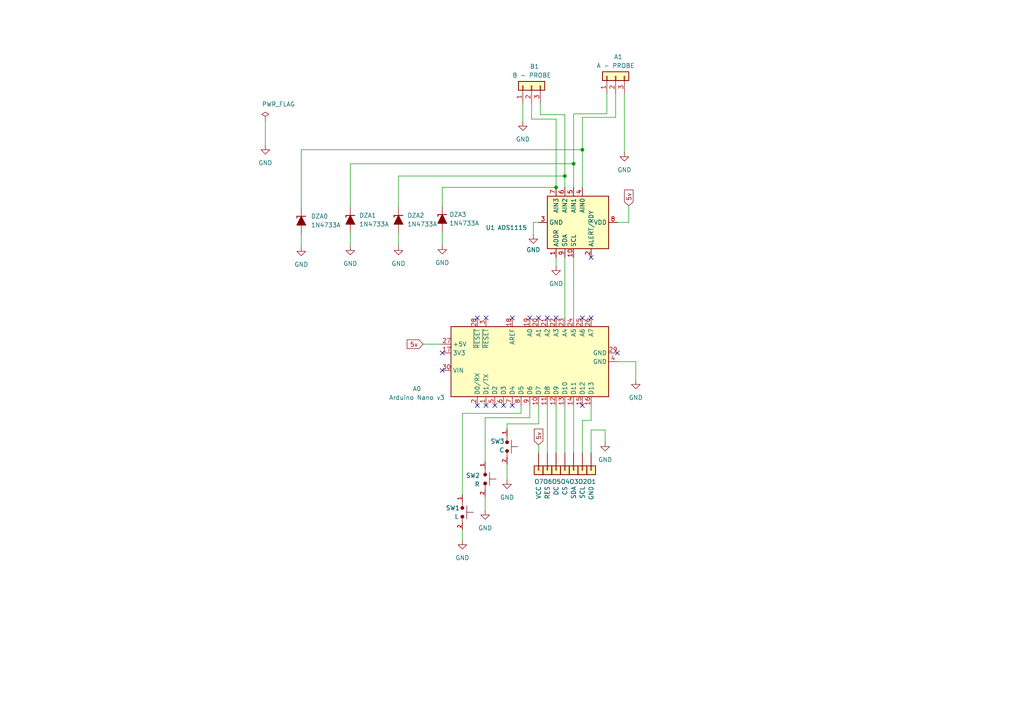
<source format=kicad_sch>
(kicad_sch (version 20250114) (generator "eeschema") (generator_version "9.0")
  (paper "A4")
  (title_block (title "Bias Meter Input Protection") (date "2025-08-24") (rev "v3"))
  (lib_symbols
    (symbol "Analog_ADC:ADS1115IDGS"
      (property "Reference" "U" (at 2.54 13.97 0))
      (property "Value" "ADS1115IDGS" (at 7.62 11.43 0))
      (symbol "ADS1115IDGS_0_1"
        (rectangle (start -7.62 10.16) (end 7.62 -7.62) (stroke (width 0.254)) (fill (type background)))
      )
      (symbol "ADS1115IDGS_1_1"
        (pin input line (at -10.16 2.54 0) (length 2.54) (name "AIN0") (number "4"))
        (pin input line (at -10.16 0 0) (length 2.54) (name "AIN1") (number "5"))
        (pin input line (at -10.16 -2.54 0) (length 2.54) (name "AIN2") (number "6"))
        (pin input line (at -10.16 -5.08 0) (length 2.54) (name "AIN3") (number "7"))
        (pin power_in line (at 0 12.7 270) (length 2.54) (name "VDD") (number "8"))
        (pin power_in line (at 0 -10.16 90) (length 2.54) (name "GND") (number "3"))
        (pin output line (at 10.16 5.08 180) (length 2.54) (name "ALERT/RDY") (number "2"))
        (pin input line (at 10.16 0 180) (length 2.54) (name "SCL") (number "10"))
        (pin bidirectional line (at 10.16 -2.54 180) (length 2.54) (name "SDA") (number "9"))
        (pin input line (at 10.16 -5.08 180) (length 2.54) (name "ADDR") (number "1"))
      )
    )
    (symbol "Connector_Generic:Conn_01x03" (pin_names (offset 1.016) (hide yes))
      (property "Reference" "J" (at 0 5.08 0))
      (property "Value" "Conn_01x03" (at 0 -5.08 0))
      (symbol "Conn_01x03_1_1"
        (rectangle (start -1.27 3.81) (end 1.27 -3.81) (stroke (width 0.254)) (fill (type background)))
        (rectangle (start -1.27 2.667) (end 0 2.413) (stroke (width 0.1524)))
        (rectangle (start -1.27 0.127) (end 0 -0.127) (stroke (width 0.1524)))
        (rectangle (start -1.27 -2.413) (end 0 -2.667) (stroke (width 0.1524)))
        (pin passive line (at -5.08 2.54 0) (length 3.81) (name "Pin_1") (number "1"))
        (pin passive line (at -5.08 0 0) (length 3.81) (name "Pin_2") (number "2"))
        (pin passive line (at -5.08 -2.54 0) (length 3.81) (name "Pin_3") (number "3"))
      )
    )
    (symbol "Dark_Rift_Delay_Sym:Conn_01x01" (pin_numbers (hide yes)) (pin_names (offset 1.016) (hide yes))
      (property "Reference" "J" (at 0 2.54 0))
      (property "Value" "Conn_01x01" (at 0 -2.54 0))
      (symbol "Conn_01x01_1_1"
        (rectangle (start -1.27 1.27) (end 1.27 -1.27) (stroke (width 0.254)) (fill (type background)))
        (rectangle (start -1.27 0.127) (end 0 -0.127) (stroke (width 0.1524)))
        (pin passive line (at -5.08 0 0) (length 3.81) (name "Pin_1") (number "1"))
      )
    )
    (symbol "Dark_Rift_Delay_Sym:GND" (power) (pin_numbers (hide yes)) (pin_names (offset 0) (hide yes))
      (property "Value" "GND" (at 0 -3.81 0))
      (symbol "GND_0_1"
        (polyline (pts (xy 0 0) (xy 0 -1.27) (xy 1.27 -1.27) (xy 0 -2.54) (xy -1.27 -1.27) (xy 0 -1.27)))
      )
      (symbol "GND_1_1"
        (pin power_in line (at 0 0 270) (length 0) (name "~") (number "1"))
      )
    )
    (symbol "MCU_Module:Arduino_Nano_v3.x"
      (property "Reference" "A" (at -10.16 23.495 0))
      (property "Value" "Arduino_Nano_v3.x" (at 5.08 -24.13 0))
      (symbol "Arduino_Nano_v3.x_0_1"
        (rectangle (start -10.16 22.86) (end 10.16 -22.86) (stroke (width 0.254)) (fill (type background)))
      )
      (symbol "Arduino_Nano_v3.x_1_1"
        (pin bidirectional line (at -12.7 15.24 0) (length 2.54) (name "D0/RX") (number "2"))
        (pin bidirectional line (at -12.7 12.7 0) (length 2.54) (name "D1/TX") (number "1"))
        (pin bidirectional line (at -12.7 10.16 0) (length 2.54) (name "D2") (number "5"))
        (pin bidirectional line (at -12.7 7.62 0) (length 2.54) (name "D3") (number "6"))
        (pin bidirectional line (at -12.7 5.08 0) (length 2.54) (name "D4") (number "7"))
        (pin bidirectional line (at -12.7 2.54 0) (length 2.54) (name "D5") (number "8"))
        (pin bidirectional line (at -12.7 0 0) (length 2.54) (name "D6") (number "9"))
        (pin bidirectional line (at -12.7 -2.54 0) (length 2.54) (name "D7") (number "10"))
        (pin bidirectional line (at -12.7 -5.08 0) (length 2.54) (name "D8") (number "11"))
        (pin bidirectional line (at -12.7 -7.62 0) (length 2.54) (name "D9") (number "12"))
        (pin bidirectional line (at -12.7 -10.16 0) (length 2.54) (name "D10") (number "13"))
        (pin bidirectional line (at -12.7 -12.7 0) (length 2.54) (name "D11") (number "14"))
        (pin bidirectional line (at -12.7 -15.24 0) (length 2.54) (name "D12") (number "15"))
        (pin bidirectional line (at -12.7 -17.78 0) (length 2.54) (name "D13") (number "16"))
        (pin power_in line (at -2.54 25.4 270) (length 2.54) (name "VIN") (number "30"))
        (pin power_in line (at 0 -25.4 90) (length 2.54) (name "GND") (number "4"))
        (pin power_out line (at 2.54 25.4 270) (length 2.54) (name "3V3") (number "17"))
        (pin power_in line (at 2.54 -25.4 90) (length 2.54) (name "GND") (number "29"))
        (pin power_out line (at 5.08 25.4 270) (length 2.54) (name "+5V") (number "27"))
        (pin input line (at 12.7 15.24 180) (length 2.54) (name "~{RESET}") (number "28"))
        (pin input line (at 12.7 12.7 180) (length 2.54) (name "~{RESET}") (number "3"))
        (pin input line (at 12.7 5.08 180) (length 2.54) (name "AREF") (number "18"))
        (pin bidirectional line (at 12.7 0 180) (length 2.54) (name "A0") (number "19"))
        (pin bidirectional line (at 12.7 -2.54 180) (length 2.54) (name "A1") (number "20"))
        (pin bidirectional line (at 12.7 -5.08 180) (length 2.54) (name "A2") (number "21"))
        (pin bidirectional line (at 12.7 -7.62 180) (length 2.54) (name "A3") (number "22"))
        (pin bidirectional line (at 12.7 -10.16 180) (length 2.54) (name "A4") (number "23"))
        (pin bidirectional line (at 12.7 -12.7 180) (length 2.54) (name "A5") (number "24"))
        (pin bidirectional line (at 12.7 -15.24 180) (length 2.54) (name "A6") (number "25"))
        (pin bidirectional line (at 12.7 -17.78 180) (length 2.54) (name "A7") (number "26"))
      )
    )
    (symbol "PCM_Diode_Zener_AKL:1N4733A" (pin_numbers (hide yes)) (pin_names (offset 1.016) (hide yes))
      (property "Reference" "DZ" (at 0 7.62 0))
      (property "Value" "1N4733A" (at 0 5.08 0))
      (symbol "1N4733A_0_1"
        (polyline (pts (xy -1.27 0) (xy 1.27 0)))
        (polyline (pts (xy -1.27 -1.27) (xy -1.27 1.27) (xy 1.27 0) (xy -1.27 -1.27)) (stroke (width 0.254)) (fill (type outline)))
        (polyline (pts (xy 1.27 1.27) (xy 0.762 1.27)) (stroke (width 0.254)))
        (polyline (pts (xy 1.27 1.27) (xy 1.27 -1.27)) (stroke (width 0.254)))
      )
      (symbol "1N4733A_0_2"
        (polyline (pts (xy -2.54 -2.54) (xy 2.54 2.54)))
        (polyline (pts (xy -0.889 -0.889) (xy -1.778 0) (xy 0.889 0.889) (xy 0 -1.778) (xy -0.889 -0.889)) (stroke (width 0.254)) (fill (type outline)))
        (polyline (pts (xy 0 1.778) (xy -0.381 1.397)) (stroke (width 0.254)))
        (polyline (pts (xy 0 1.778) (xy 1.778 0)) (stroke (width 0.254)))
      )
      (symbol "1N4733A_1_1"
        (pin passive line (at -3.81 0 0) (length 2.54) (name "A") (number "2"))
        (pin passive line (at 3.81 0 180) (length 2.54) (name "K") (number "1"))
      )
      (symbol "1N4733A_1_2"
        (pin passive line (at -2.54 -2.54 0) (length 0) (name "A") (number "2"))
        (pin passive line (at 2.54 2.54 180) (length 0) (name "K") (number "1"))
      )
    )
    (symbol "PCM_SL_Devices:Push_Button"
      (property "Reference" "SW" (at 0 6.35 0))
      (property "Value" "Push_Button" (at 0 4.445 0))
      (symbol "Push_Button_0_1"
        (polyline (pts (xy -3.175 0) (xy -1.778 0)))
        (polyline (pts (xy -1.905 1.27) (xy 1.905 1.27)))
        (circle (center -1.27 0) (radius 0.4579) (fill (type outline)))
        (polyline (pts (xy 0 1.27) (xy 0 3.175)))
        (circle (center 1.27 0) (radius 0.4579) (fill (type outline)))
        (polyline (pts (xy 1.778 0) (xy 3.175 0)))
      )
      (symbol "Push_Button_1_1"
        (pin passive line (at -5.08 0 0) (length 2) (name "") (number "1"))
        (pin passive line (at 5.08 0 180) (length 2) (name "") (number "2"))
      )
    )
    (symbol "power:PWR_FLAG" (power) (pin_numbers (hide yes)) (pin_names (offset 0) (hide yes))
      (property "Value" "PWR_FLAG" (at 0 3.81 0))
      (symbol "PWR_FLAG_0_0"
        (pin power_out line (at 0 0 90) (length 0) (name "~") (number "1"))
      )
      (symbol "PWR_FLAG_0_1"
        (polyline (pts (xy 0 0) (xy 0 1.27) (xy -1.016 1.905) (xy 0 2.54) (xy 1.016 1.905) (xy 0 1.27)))
      )
    )
  )
  (junction (at 166.37 47.498))
  (junction (at 168.91 43.434))
  (junction (at 161.29 54.356))
  (junction (at 163.83 51.054))
  (no_connect (at 128.27 107.442))
  (no_connect (at 143.51 117.602))
  (no_connect (at 146.05 117.602))
  (no_connect (at 171.45 92.202))
  (no_connect (at 153.67 92.202))
  (no_connect (at 138.43 92.202))
  (no_connect (at 138.43 117.602))
  (no_connect (at 128.27 102.362))
  (no_connect (at 148.59 117.602))
  (no_connect (at 148.59 92.202))
  (no_connect (at 140.97 92.202))
  (no_connect (at 158.75 92.202))
  (no_connect (at 171.45 74.676))
  (no_connect (at 168.91 92.202))
  (no_connect (at 168.91 117.602))
  (no_connect (at 161.29 92.202))
  (no_connect (at 140.97 117.602))
  (no_connect (at 156.21 92.202))
  (no_connect (at 179.07 102.362))
  (wire (pts (xy 156.718 33.274) (xy 163.83 33.274)))
  (wire (pts (xy 166.37 33.02) (xy 166.37 47.498)))
  (wire (pts (xy 168.91 121.92) (xy 171.45 121.92)))
  (wire (pts (xy 182.372 59.69) (xy 182.372 64.516)))
  (wire (pts (xy 161.29 34.544) (xy 161.29 54.356)))
  (wire (pts (xy 115.57 67.564) (xy 115.57 71.374)))
  (wire (pts (xy 151.13 117.602) (xy 151.13 119.888)))
  (wire (pts (xy 166.37 117.602) (xy 166.37 131.318)))
  (wire (pts (xy 156.718 33.274) (xy 156.718 29.972)))
  (wire (pts (xy 115.57 59.944) (xy 115.57 51.054)))
  (wire (pts (xy 140.716 144.018) (xy 140.716 148.082)))
  (wire (pts (xy 175.514 124.714) (xy 175.514 128.27)))
  (wire (pts (xy 101.6 67.564) (xy 101.6 71.374)))
  (wire (pts (xy 171.45 131.318) (xy 171.45 124.714)))
  (wire (pts (xy 122.682 99.822) (xy 128.27 99.822)))
  (wire (pts (xy 176.022 33.02) (xy 166.37 33.02)))
  (wire (pts (xy 178.562 34.036) (xy 178.562 27.178)))
  (wire (pts (xy 158.75 117.602) (xy 158.75 131.318)))
  (wire (pts (xy 171.45 124.714) (xy 175.514 124.714)))
  (wire (pts (xy 147.066 122.936) (xy 156.21 122.936)))
  (wire (pts (xy 101.6 59.944) (xy 101.6 47.498)))
  (wire (pts (xy 153.67 121.158) (xy 140.716 121.158)))
  (wire (pts (xy 166.37 47.498) (xy 166.37 54.356)))
  (wire (pts (xy 128.27 54.356) (xy 161.29 54.356)))
  (wire (pts (xy 184.404 104.902) (xy 184.404 110.236)))
  (wire (pts (xy 168.91 43.434) (xy 168.91 54.356)))
  (wire (pts (xy 178.562 34.036) (xy 168.91 34.036)))
  (wire (pts (xy 163.83 51.054) (xy 163.83 54.356)))
  (wire (pts (xy 147.066 122.936) (xy 147.066 124.46)))
  (wire (pts (xy 147.066 134.62) (xy 147.066 139.192)))
  (wire (pts (xy 156.21 117.602) (xy 156.21 122.936)))
  (wire (pts (xy 134.112 119.888) (xy 134.112 143.51)))
  (wire (pts (xy 176.022 27.178) (xy 176.022 33.02)))
  (wire (pts (xy 134.112 153.67) (xy 134.112 156.718)))
  (wire (pts (xy 140.716 121.158) (xy 140.716 133.858)))
  (wire (pts (xy 128.27 54.356) (xy 128.27 59.69)))
  (wire (pts (xy 76.962 35.052) (xy 76.962 42.164)))
  (wire (pts (xy 87.376 60.198) (xy 87.376 43.434)))
  (wire (pts (xy 151.13 119.888) (xy 134.112 119.888)))
  (wire (pts (xy 153.67 117.602) (xy 153.67 121.158)))
  (wire (pts (xy 87.376 67.818) (xy 87.376 71.628)))
  (wire (pts (xy 154.686 64.516) (xy 154.686 68.072)))
  (wire (pts (xy 163.83 74.676) (xy 163.83 92.202)))
  (wire (pts (xy 163.83 117.602) (xy 163.83 131.318)))
  (wire (pts (xy 163.83 33.274) (xy 163.83 51.054)))
  (wire (pts (xy 166.37 74.676) (xy 166.37 92.202)))
  (wire (pts (xy 128.27 67.31) (xy 128.27 71.12)))
  (wire (pts (xy 168.91 34.036) (xy 168.91 43.434)))
  (wire (pts (xy 87.376 43.434) (xy 168.91 43.434)))
  (wire (pts (xy 156.21 129.032) (xy 156.21 131.318)))
  (wire (pts (xy 156.21 64.516) (xy 154.686 64.516)))
  (wire (pts (xy 151.638 29.972) (xy 151.638 35.306)))
  (wire (pts (xy 184.404 104.902) (xy 179.07 104.902)))
  (wire (pts (xy 154.178 29.972) (xy 154.178 34.544)))
  (wire (pts (xy 115.57 51.054) (xy 163.83 51.054)))
  (wire (pts (xy 101.6 47.498) (xy 166.37 47.498)))
  (wire (pts (xy 181.102 27.178) (xy 181.102 44.196)))
  (wire (pts (xy 154.178 34.544) (xy 161.29 34.544)))
  (wire (pts (xy 168.91 121.92) (xy 168.91 131.318)))
  (wire (pts (xy 161.29 74.676) (xy 161.29 77.216)))
  (wire (pts (xy 171.45 121.92) (xy 171.45 117.602)))
  (wire (pts (xy 182.372 64.516) (xy 179.07 64.516)))
  (wire (pts (xy 161.29 117.602) (xy 161.29 131.318)))
  (global_label "5v" (shape input) (at 182.372 59.69 90) (property "Intersheetrefs" "${INTERSHEET_REFS}" (effects (hide yes))))
  (global_label "5v" (shape input) (at 122.682 99.822 180) (property "Intersheetrefs" "${INTERSHEET_REFS}" (effects (hide yes))))
  (global_label "5v" (shape input) (at 156.21 129.032 90) (property "Intersheetrefs" "${INTERSHEET_REFS}" (effects (hide yes))))
  (symbol (lib_id "Dark_Rift_Delay_Sym:GND") (at 175.514 128.27 0) (unit 1)
    (property "Reference" "#PWR09" (effects (hide yes)))
    (property "Value" "GND" (at 175.514 133.35 0))
    (property "Description" "Power symbol creates a global label with name \"GND\" , ground" (effects (hide yes)))
  )
  (symbol (lib_id "Dark_Rift_Delay_Sym:GND") (at 128.27 71.12 0) (unit 1)
    (property "Reference" "#PWR011" (effects (hide yes)))
    (property "Value" "GND" (at 128.27 76.2 0))
    (property "Description" "Power symbol creates a global label with name \"GND\" , ground" (effects (hide yes)))
  )
  (symbol (lib_id "Connector_Generic:Conn_01x03") (at 178.562 22.098 90) (unit 1)
    (property "Reference" "A1" (at 178.054 16.51 90) (effects (justify right)))
    (property "Value" "A - PROBE" (at 172.974 19.05 90) (effects (justify right)))
    (property "Footprint" "Source_Footprints:PinHeader_1x3_P2.54_Drill1.1mm" (effects (hide yes)))
    (property "Description" "Generic connector, single row, 01x03, script generated (kicad-library-utils/schlib/autogen/connector/)" (effects (hide yes)))
  )
  (symbol (lib_id "Dark_Rift_Delay_Sym:GND") (at 161.29 77.216 0) (unit 1)
    (property "Reference" "#PWR03" (effects (hide yes)))
    (property "Value" "GND" (at 161.29 82.296 0))
    (property "Description" "Power symbol creates a global label with name \"GND\" , ground" (effects (hide yes)))
  )
  (symbol (lib_id "Dark_Rift_Delay_Sym:Conn_01x01") (at 156.21 136.398 270) (unit 1)
    (property "Reference" "O7" (at 154.94 139.7 90) (effects (justify left)))
    (property "Value" "VCC" (at 156.21 140.97 0) (effects (justify left)))
    (property "Footprint" "TestPoint:TestPoint_THTPad_D2.0mm_Drill1.0mm" (effects (hide yes)))
    (property "Description" "Generic connector, single row, 01x01, script generated (kicad-library-utils/schlib/autogen/connector/)" (effects (hide yes)))
  )
  (symbol (lib_id "Dark_Rift_Delay_Sym:GND") (at 184.404 110.236 0) (unit 1)
    (property "Reference" "#PWR08" (effects (hide yes)))
    (property "Value" "GND" (at 184.404 115.316 0))
    (property "Description" "Power symbol creates a global label with name \"GND\" , ground" (effects (hide yes)))
  )
  (symbol (lib_id "Dark_Rift_Delay_Sym:GND") (at 87.376 71.628 0) (unit 1)
    (property "Reference" "#PWR014" (effects (hide yes)))
    (property "Value" "GND" (at 87.376 76.708 0))
    (property "Description" "Power symbol creates a global label with name \"GND\" , ground" (effects (hide yes)))
  )
  (symbol (lib_id "Dark_Rift_Delay_Sym:GND") (at 151.638 35.306 0) (unit 1)
    (property "Reference" "#PWR05" (effects (hide yes)))
    (property "Value" "GND" (at 151.638 40.386 0))
    (property "Description" "Power symbol creates a global label with name \"GND\" , ground" (effects (hide yes)))
  )
  (symbol (lib_id "Dark_Rift_Delay_Sym:Conn_01x01") (at 166.37 136.398 270) (unit 1)
    (property "Reference" "O3" (at 165.1 139.7 90) (effects (justify left)))
    (property "Value" "SDA" (at 166.37 140.97 0) (effects (justify left)))
    (property "Footprint" "TestPoint:TestPoint_THTPad_D2.0mm_Drill1.0mm" (effects (hide yes)))
    (property "Description" "Generic connector, single row, 01x01, script generated (kicad-library-utils/schlib/autogen/connector/)" (effects (hide yes)))
  )
  (symbol (lib_id "Dark_Rift_Delay_Sym:Conn_01x01") (at 168.91 136.398 270) (unit 1)
    (property "Reference" "O2" (at 167.64 139.7 90) (effects (justify left)))
    (property "Value" "SCL" (at 168.91 140.97 0) (effects (justify left)))
    (property "Footprint" "TestPoint:TestPoint_THTPad_D2.0mm_Drill1.0mm" (effects (hide yes)))
    (property "Description" "Generic connector, single row, 01x01, script generated (kicad-library-utils/schlib/autogen/connector/)" (effects (hide yes)))
  )
  (symbol (lib_id "Dark_Rift_Delay_Sym:GND") (at 115.57 71.374 0) (unit 1)
    (property "Reference" "#PWR012" (effects (hide yes)))
    (property "Value" "GND" (at 115.57 76.454 0))
    (property "Description" "Power symbol creates a global label with name \"GND\" , ground" (effects (hide yes)))
  )
  (symbol (lib_id "PCM_Diode_Zener_AKL:1N4733A") (at 101.6 63.754 90) (unit 1)
    (property "Reference" "DZA1" (at 104.14 62.4839 90) (effects (justify right)))
    (property "Value" "1N4733A" (at 104.14 65.0239 90) (effects (justify right)))
    (property "Footprint" "PCM_Diode_THT_AKL:D_DO-41_SOD81_P10.16mm_Horizontal_Zener" (effects (hide yes)))
    (property "Datasheet" "https://www.tme.eu/Document/0ec771a1264cb7f2aef89c89242989dc/1N47xxA.PDF" (effects (hide yes)))
    (property "Description" "DO-41 Zener diode, 5.1V, 1W, Alternate KiCAD Library" (effects (hide yes)))
  )
  (symbol (lib_id "Connector_Generic:Conn_01x03") (at 154.178 24.892 90) (unit 1)
    (property "Reference" "B1" (at 153.67 19.304 90) (effects (justify right)))
    (property "Value" "B - PROBE" (at 148.59 21.844 90) (effects (justify right)))
    (property "Footprint" "Source_Footprints:PinHeader_1x3_P2.54_Drill1.1mm" (effects (hide yes)))
    (property "Description" "Generic connector, single row, 01x03, script generated (kicad-library-utils/schlib/autogen/connector/)" (effects (hide yes)))
  )
  (symbol (lib_id "Dark_Rift_Delay_Sym:Conn_01x01") (at 163.83 136.398 270) (unit 1)
    (property "Reference" "O4" (at 162.56 139.7 90) (effects (justify left)))
    (property "Value" "CS" (at 163.83 140.97 0) (effects (justify left)))
    (property "Footprint" "TestPoint:TestPoint_THTPad_D2.0mm_Drill1.0mm" (effects (hide yes)))
    (property "Description" "Generic connector, single row, 01x01, script generated (kicad-library-utils/schlib/autogen/connector/)" (effects (hide yes)))
  )
  (symbol (lib_id "PCM_Diode_Zener_AKL:1N4733A") (at 87.376 64.008 90) (unit 1)
    (property "Reference" "DZA0" (at 90.17 62.7379 90) (effects (justify right)))
    (property "Value" "1N4733A" (at 90.17 65.2779 90) (effects (justify right)))
    (property "Footprint" "PCM_Diode_THT_AKL:D_DO-41_SOD81_P10.16mm_Horizontal_Zener" (effects (hide yes)))
    (property "Datasheet" "https://www.tme.eu/Document/0ec771a1264cb7f2aef89c89242989dc/1N47xxA.PDF" (effects (hide yes)))
    (property "Description" "DO-41 Zener diode, 5.1V, 1W, Alternate KiCAD Library" (effects (hide yes)))
  )
  (symbol (lib_id "Dark_Rift_Delay_Sym:GND") (at 147.066 139.192 0) (unit 1)
    (property "Reference" "#PWR06" (effects (hide yes)))
    (property "Value" "GND" (at 147.066 144.272 0))
    (property "Description" "Power symbol creates a global label with name \"GND\" , ground" (effects (hide yes)))
  )
  (symbol (lib_id "Dark_Rift_Delay_Sym:GND") (at 76.962 42.164 0) (unit 1)
    (property "Reference" "#PWR01" (effects (hide yes)))
    (property "Value" "GND" (at 76.962 47.244 0))
    (property "Description" "Power symbol creates a global label with name \"GND\" , ground" (effects (hide yes)))
  )
  (symbol (lib_id "Dark_Rift_Delay_Sym:GND") (at 140.716 148.082 0) (unit 1)
    (property "Reference" "#PWR07" (effects (hide yes)))
    (property "Value" "GND" (at 140.716 153.162 0))
    (property "Description" "Power symbol creates a global label with name \"GND\" , ground" (effects (hide yes)))
  )
  (symbol (lib_id "PCM_SL_Devices:Push_Button") (at 134.112 148.59 270) (unit 1)
    (property "Reference" "SW1" (at 129.286 147.32 90) (effects (justify left)))
    (property "Value" "L" (at 131.826 149.86 90) (effects (justify left)))
    (property "Footprint" "Source_Footprints:PinHeader_1x2_P2.54mm" (effects (hide yes)))
    (property "Description" "Common 6mmx6mm Push Button" (effects (hide yes)))
  )
  (symbol (lib_id "PCM_SL_Devices:Push_Button") (at 147.066 129.54 270) (unit 1)
    (property "Reference" "SW3" (at 142.24 128.016 90) (effects (justify left)))
    (property "Value" "C" (at 144.78 130.556 90) (effects (justify left)))
    (property "Footprint" "Source_Footprints:PinHeader_1x2_P2.54mm" (effects (hide yes)))
    (property "Description" "Common 6mmx6mm Push Button" (effects (hide yes)))
  )
  (symbol (lib_id "Analog_ADC:ADS1115IDGS") (at 166.37 64.516 270) (unit 1)
    (property "Reference" "U1" (at 142.24 66.04 90))
    (property "Value" "ADS1115" (at 148.59 66.04 90))
    (property "Footprint" "Adafruit_ADS1115:Adafruit_ADS1115_NEW" (effects (hide yes)))
    (property "Datasheet" "http://www.ti.com/lit/ds/symlink/ads1113.pdf" (effects (hide yes)))
    (property "Description" "Ultra-Small, Low-Power, I2C-Compatible, 860-SPS, 16-Bit ADCs With Internal Reference, Oscillator, and Programmable Comparator, VSSOP-10" (effects (hide yes)))
  )
  (symbol (lib_id "Dark_Rift_Delay_Sym:Conn_01x01") (at 161.29 136.398 270) (unit 1)
    (property "Reference" "O5" (at 160.02 139.7 90) (effects (justify left)))
    (property "Value" "DC" (at 161.29 140.97 0) (effects (justify left)))
    (property "Footprint" "TestPoint:TestPoint_THTPad_D2.0mm_Drill1.0mm" (effects (hide yes)))
    (property "Description" "Generic connector, single row, 01x01, script generated (kicad-library-utils/schlib/autogen/connector/)" (effects (hide yes)))
  )
  (symbol (lib_id "power:PWR_FLAG") (at 76.962 35.052 0) (unit 1)
    (property "Reference" "#FLG02" (effects (hide yes)))
    (property "Value" "PWR_FLAG" (at 80.772 30.226 0))
    (property "Description" "Special symbol for telling ERC where power comes from" (effects (hide yes)))
  )
  (symbol (lib_id "Dark_Rift_Delay_Sym:Conn_01x01") (at 171.45 136.398 270) (unit 1)
    (property "Reference" "O1" (at 170.18 139.7 90) (effects (justify left)))
    (property "Value" "GND" (at 171.45 140.97 0) (effects (justify left)))
    (property "Footprint" "TestPoint:TestPoint_THTPad_D2.0mm_Drill1.0mm" (effects (hide yes)))
    (property "Description" "Generic connector, single row, 01x01, script generated (kicad-library-utils/schlib/autogen/connector/)" (effects (hide yes)))
  )
  (symbol (lib_id "Dark_Rift_Delay_Sym:GND") (at 181.102 44.196 0) (unit 1)
    (property "Reference" "#PWR010" (effects (hide yes)))
    (property "Value" "GND" (at 181.102 49.276 0))
    (property "Description" "Power symbol creates a global label with name \"GND\" , ground" (effects (hide yes)))
  )
  (symbol (lib_id "PCM_Diode_Zener_AKL:1N4733A") (at 128.27 63.5 90) (unit 1)
    (property "Reference" "DZA3" (at 130.302 62.2299 90) (effects (justify right)))
    (property "Value" "1N4733A" (at 130.302 64.7699 90) (effects (justify right)))
    (property "Footprint" "PCM_Diode_THT_AKL:D_DO-41_SOD81_P10.16mm_Horizontal_Zener" (effects (hide yes)))
    (property "Datasheet" "https://www.tme.eu/Document/0ec771a1264cb7f2aef89c89242989dc/1N47xxA.PDF" (effects (hide yes)))
    (property "Description" "DO-41 Zener diode, 5.1V, 1W, Alternate KiCAD Library" (effects (hide yes)))
  )
  (symbol (lib_id "MCU_Module:Arduino_Nano_v3.x") (at 153.67 104.902 90) (unit 1)
    (property "Reference" "A0" (at 120.904 112.776 90))
    (property "Value" "Arduino Nano v3" (at 120.904 115.316 90))
    (property "Footprint" "Module:Arduino_Nano" (effects (hide yes)))
    (property "Datasheet" "http://www.mouser.com/pdfdocs/Gravitech_Arduino_Nano3_0.pdf" (effects (hide yes)))
    (property "Description" "Arduino Nano v3.x" (effects (hide yes)))
  )
  (symbol (lib_id "Dark_Rift_Delay_Sym:Conn_01x01") (at 158.75 136.398 270) (unit 1)
    (property "Reference" "O6" (at 157.48 139.7 90) (effects (justify left)))
    (property "Value" "RES" (at 158.75 140.97 0) (effects (justify left)))
    (property "Footprint" "TestPoint:TestPoint_THTPad_D2.0mm_Drill1.0mm" (effects (hide yes)))
    (property "Description" "Generic connector, single row, 01x01, script generated (kicad-library-utils/schlib/autogen/connector/)" (effects (hide yes)))
  )
  (symbol (lib_id "Dark_Rift_Delay_Sym:GND") (at 101.6 71.374 0) (unit 1)
    (property "Reference" "#PWR013" (effects (hide yes)))
    (property "Value" "GND" (at 101.6 76.454 0))
    (property "Description" "Power symbol creates a global label with name \"GND\" , ground" (effects (hide yes)))
  )
  (symbol (lib_id "Dark_Rift_Delay_Sym:GND") (at 154.686 68.072 0) (unit 1)
    (property "Reference" "#PWR02" (effects (hide yes)))
    (property "Value" "GND" (at 154.686 72.462 0))
    (property "Description" "Power symbol creates a global label with name \"GND\" , ground" (effects (hide yes)))
  )
  (symbol (lib_id "PCM_SL_Devices:Push_Button") (at 140.716 138.938 270) (unit 1)
    (property "Reference" "SW2" (at 135.128 137.922 90) (effects (justify left)))
    (property "Value" "R" (at 137.668 140.462 90) (effects (justify left)))
    (property "Footprint" "Source_Footprints:PinHeader_1x2_P2.54mm" (effects (hide yes)))
    (property "Description" "Common 6mmx6mm Push Button" (effects (hide yes)))
  )
  (symbol (lib_id "Dark_Rift_Delay_Sym:GND") (at 134.112 156.718 0) (unit 1)
    (property "Reference" "#PWR04" (effects (hide yes)))
    (property "Value" "GND" (at 134.112 161.798 0))
    (property "Description" "Power symbol creates a global label with name \"GND\" , ground" (effects (hide yes)))
  )
  (symbol (lib_id "PCM_Diode_Zener_AKL:1N4733A") (at 115.57 63.754 90) (unit 1)
    (property "Reference" "DZA2" (at 118.11 62.4839 90) (effects (justify right)))
    (property "Value" "1N4733A" (at 118.11 65.0239 90) (effects (justify right)))
    (property "Footprint" "PCM_Diode_THT_AKL:D_DO-41_SOD81_P10.16mm_Horizontal_Zener" (effects (hide yes)))
    (property "Datasheet" "https://www.tme.eu/Document/0ec771a1264cb7f2aef89c89242989dc/1N47xxA.PDF" (effects (hide yes)))
    (property "Description" "DO-41 Zener diode, 5.1V, 1W, Alternate KiCAD Library" (effects (hide yes)))
  )
)
</source>
